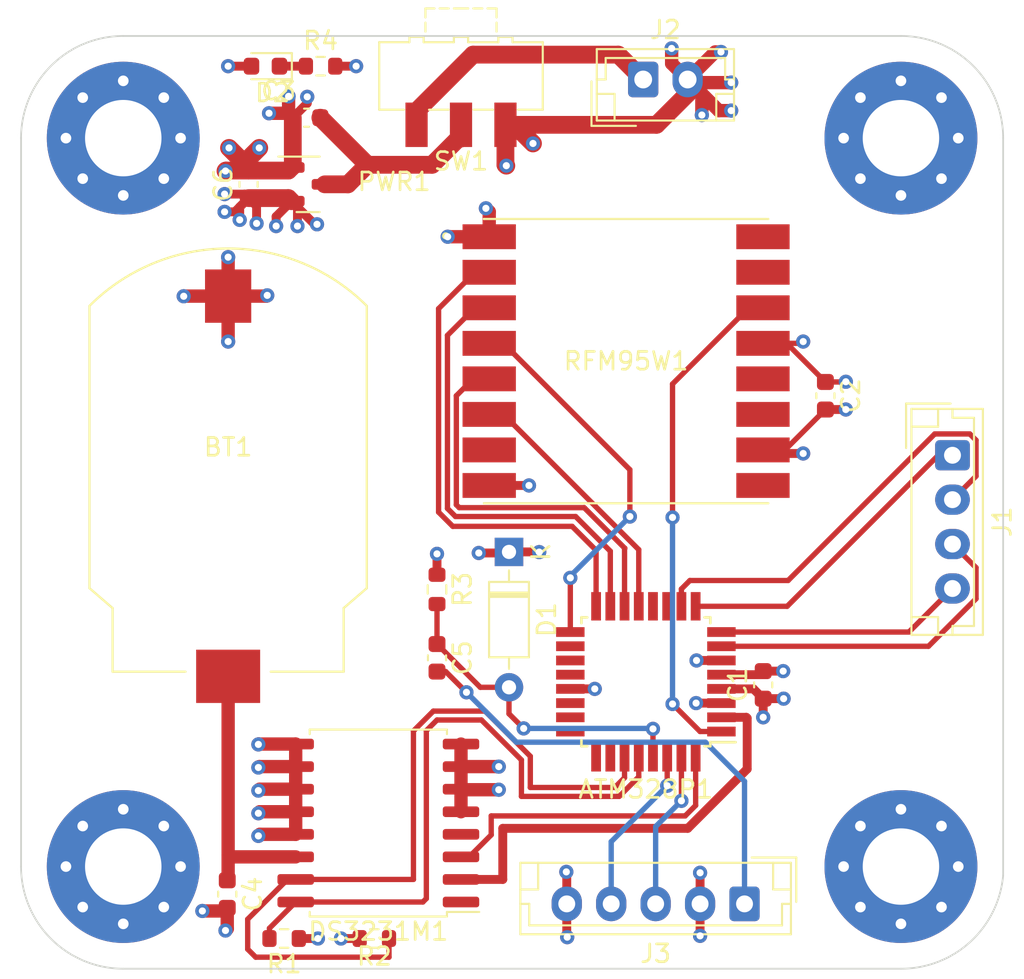
<source format=kicad_pcb>
(kicad_pcb (version 20211014) (generator pcbnew)
  (layers (0 "F.Cu" signal) (1 "In1.Cu" power) (2 "In2.Cu" power) (31 "B.Cu" signal) (34 "B.Paste" user) (35 "F.Paste" user) (36 "B.SilkS" user "B.Silkscreen") (37 "F.SilkS" user "F.Silkscreen") (38 "B.Mask" user) (39 "F.Mask" user) (44 "Edge.Cuts" user))
  (net 0 "")
  (net 1 "+3V3")
  (net 2 "CLOCK_SQW")
  (net 3 "GND")
  (net 4 "CLOCK_SDA")
  (net 5 "CLOCK_SCL")
  (net 6 "RFM_DIO0")
  (net 7 "ESP_WAKE")
  (net 8 "ESP_READY")
  (net 9 "RFM_RESET")
  (net 10 "RFM_NSS")
  (net 11 "RFM_MOSI")
  (net 12 "RFM_MISO")
  (net 13 "RFM_SCK")
  (net 22 "ATM_RXD_SS")
  (net 23 "ATM_TXD_SS")
  (net 24 "RESET_PIN")
  (net 25 "DS3231M_VBAT")
  (net 26 "RTC_PWR")
  (net 27 "Net-(PWR1-Pad3)")
  (net 28 "RESET_SWITCH")
  (net 39 "+6V")
  (net 40 "ATM_RXD_HW")
  (net 41 "ATM_TXD_HW")
  (net 42 "Net-(D2-Pad1)")
  (footprint "Capacitor_SMD:C_0603_1608Metric" (layer "F.Cu") (at 109.35 126.05 -90)
    (fp_text reference "C4" (at 0 -1.43 90) (layer "F.SilkS"))
    (fp_text value "100n")
    (pad "1" smd roundrect (at -0.775 0 270) (size 0.9 0.95) (layers "F.Cu" "F.Paste" "F.Mask") (net 25 "DS3231M_VBAT"))
    (pad "2" smd roundrect (at 0.775 0 270) (size 0.9 0.95) (layers "F.Cu" "F.Paste" "F.Mask") (net 3 "GND"))
  )
  (footprint "Resistor_SMD:R_0603_1608Metric" (layer "F.Cu") (at 112.55 128.55 180)
    (fp_text reference "R1" (at 0 -1.43) (layer "F.SilkS"))
    (fp_text value "4k7")
    (pad "1" smd roundrect (at -0.825 0 180) (size 0.8 0.95) (layers "F.Cu" "F.Paste" "F.Mask") (net 1 "+3V3"))
    (pad "2" smd roundrect (at 0.825 0 180) (size 0.8 0.95) (layers "F.Cu" "F.Paste" "F.Mask") (net 5 "CLOCK_SCL"))
  )
  (footprint "Resistor_SMD:R_0603_1608Metric" (layer "F.Cu") (at 114.6 79.45)
    (fp_text reference "R4" (at 0 -1.43) (layer "F.SilkS"))
    (fp_text value "1k5")
    (pad "1" smd roundrect (at -0.825 0) (size 0.8 0.95) (layers "F.Cu" "F.Paste" "F.Mask") (net 42 "Net-(D2-Pad1)"))
    (pad "2" smd roundrect (at 0.825 0) (size 0.8 0.95) (layers "F.Cu" "F.Paste" "F.Mask") (net 3 "GND"))
  )
  (footprint "Capacitor_SMD:C_0603_1608Metric" (layer "F.Cu") (at 121.15 112.75 -90)
    (fp_text reference "C5" (at 0 -1.43 90) (layer "F.SilkS"))
    (fp_text value "100n")
    (pad "1" smd roundrect (at -0.775 0 270) (size 0.9 0.95) (layers "F.Cu" "F.Paste" "F.Mask") (net 24 "RESET_PIN"))
    (pad "2" smd roundrect (at 0.775 0 270) (size 0.9 0.95) (layers "F.Cu" "F.Paste" "F.Mask") (net 28 "RESET_SWITCH"))
  )
  (footprint "MountingHole:MountingHole_4.3mm_M4_Pad_Via" (layer "F.Cu") (at 103.5 83.5)
    (fp_text reference "H1" (at 0 -0.25) (layer "F.SilkS"))
    (fp_text value "MountingHole_Pad")
    (pad "1" thru_hole circle (at 2.280419 2.280419) (size 0.9 0.9) (drill 0.6) (layers *.Cu *.Mask) (net 3 "GND"))
    (pad "1" thru_hole circle (at -2.280419 -2.280419) (size 0.9 0.9) (drill 0.6) (layers *.Cu *.Mask) (net 3 "GND"))
    (pad "1" thru_hole circle (at -2.280419 2.280419) (size 0.9 0.9) (drill 0.6) (layers *.Cu *.Mask) (net 3 "GND"))
    (pad "1" thru_hole circle (at 0 0) (size 8.6 8.6) (drill 4.3) (layers *.Cu *.Mask) (net 3 "GND"))
    (pad "1" thru_hole circle (at 0 3.225) (size 0.9 0.9) (drill 0.6) (layers *.Cu *.Mask) (net 3 "GND"))
    (pad "1" thru_hole circle (at 0 -3.225) (size 0.9 0.9) (drill 0.6) (layers *.Cu *.Mask) (net 3 "GND"))
    (pad "1" thru_hole circle (at 2.280419 -2.280419) (size 0.9 0.9) (drill 0.6) (layers *.Cu *.Mask) (net 3 "GND"))
    (pad "1" thru_hole circle (at -3.225 0) (size 0.9 0.9) (drill 0.6) (layers *.Cu *.Mask) (net 3 "GND"))
    (pad "1" thru_hole circle (at 3.225 0) (size 0.9 0.9) (drill 0.6) (layers *.Cu *.Mask) (net 3 "GND"))
  )
  (footprint "Capacitor_SMD:C_0603_1608Metric" (layer "F.Cu") (at 110.55 86.1 90)
    (fp_text reference "C6" (at 0 -1.43 90) (layer "F.SilkS"))
    (fp_text value "1u")
    (pad "1" smd roundrect (at -0.775 0 90) (size 0.9 0.95) (layers "F.Cu" "F.Paste" "F.Mask") (net 1 "+3V3"))
    (pad "2" smd roundrect (at 0.775 0 90) (size 0.9 0.95) (layers "F.Cu" "F.Paste" "F.Mask") (net 3 "GND"))
  )
  (footprint "MountingHole:MountingHole_4.3mm_M4_Pad_Via" (layer "F.Cu") (at 103.5 124.5)
    (fp_text reference "H3" (at 0 0) (layer "F.SilkS"))
    (fp_text value "MountingHole_Pad")
    (pad "1" thru_hole circle (at -2.280419 -2.280419) (size 0.9 0.9) (drill 0.6) (layers *.Cu *.Mask) (net 3 "GND"))
    (pad "1" thru_hole circle (at 0 3.225) (size 0.9 0.9) (drill 0.6) (layers *.Cu *.Mask) (net 3 "GND"))
    (pad "1" thru_hole circle (at 0 0) (size 8.6 8.6) (drill 4.3) (layers *.Cu *.Mask) (net 3 "GND"))
    (pad "1" thru_hole circle (at -3.225 0) (size 0.9 0.9) (drill 0.6) (layers *.Cu *.Mask) (net 3 "GND"))
    (pad "1" thru_hole circle (at 2.280419 -2.280419) (size 0.9 0.9) (drill 0.6) (layers *.Cu *.Mask) (net 3 "GND"))
    (pad "1" thru_hole circle (at 3.225 0) (size 0.9 0.9) (drill 0.6) (layers *.Cu *.Mask) (net 3 "GND"))
    (pad "1" thru_hole circle (at 0 -3.225) (size 0.9 0.9) (drill 0.6) (layers *.Cu *.Mask) (net 3 "GND"))
    (pad "1" thru_hole circle (at 2.280419 2.280419) (size 0.9 0.9) (drill 0.6) (layers *.Cu *.Mask) (net 3 "GND"))
    (pad "1" thru_hole circle (at -2.280419 2.280419) (size 0.9 0.9) (drill 0.6) (layers *.Cu *.Mask) (net 3 "GND"))
  )
  (footprint "Package_SO:SOIC-16W_7.5x10.3mm_P1.27mm" (layer "F.Cu") (at 117.85 122.05 180)
    (fp_text reference "DS3231M1" (at 0 -6.1) (layer "F.SilkS"))
    (fp_text value "DS3231M")
    (pad "1" smd roundrect (at -4.65 -4.445 180) (size 2.05 0.6) (layers "F.Cu" "F.Paste" "F.Mask"))
    (pad "2" smd roundrect (at -4.65 -3.175 180) (size 2.05 0.6) (layers "F.Cu" "F.Paste" "F.Mask") (net 26 "RTC_PWR"))
    (pad "3" smd roundrect (at -4.65 -1.905 180) (size 2.05 0.6) (layers "F.Cu" "F.Paste" "F.Mask") (net 2 "CLOCK_SQW"))
    (pad "4" smd roundrect (at -4.65 -0.635 180) (size 2.05 0.6) (layers "F.Cu" "F.Paste" "F.Mask"))
    (pad "5" smd roundrect (at -4.65 0.635 180) (size 2.05 0.6) (layers "F.Cu" "F.Paste" "F.Mask") (net 3 "GND"))
    (pad "6" smd roundrect (at -4.65 1.905 180) (size 2.05 0.6) (layers "F.Cu" "F.Paste" "F.Mask") (net 3 "GND"))
    (pad "7" smd roundrect (at -4.65 3.175 180) (size 2.05 0.6) (layers "F.Cu" "F.Paste" "F.Mask") (net 3 "GND"))
    (pad "8" smd roundrect (at -4.65 4.445 180) (size 2.05 0.6) (layers "F.Cu" "F.Paste" "F.Mask") (net 3 "GND"))
    (pad "9" smd roundrect (at 4.65 4.445 180) (size 2.05 0.6) (layers "F.Cu" "F.Paste" "F.Mask") (net 3 "GND"))
    (pad "10" smd roundrect (at 4.65 3.175 180) (size 2.05 0.6) (layers "F.Cu" "F.Paste" "F.Mask") (net 3 "GND"))
    (pad "11" smd roundrect (at 4.65 1.905 180) (size 2.05 0.6) (layers "F.Cu" "F.Paste" "F.Mask") (net 3 "GND"))
    (pad "12" smd roundrect (at 4.65 0.635 180) (size 2.05 0.6) (layers "F.Cu" "F.Paste" "F.Mask") (net 3 "GND"))
    (pad "13" smd roundrect (at 4.65 -0.635 180) (size 2.05 0.6) (layers "F.Cu" "F.Paste" "F.Mask") (net 3 "GND"))
    (pad "14" smd roundrect (at 4.65 -1.905 180) (size 2.05 0.6) (layers "F.Cu" "F.Paste" "F.Mask") (net 25 "DS3231M_VBAT"))
    (pad "15" smd roundrect (at 4.65 -3.175 180) (size 2.05 0.6) (layers "F.Cu" "F.Paste" "F.Mask") (net 4 "CLOCK_SDA"))
    (pad "16" smd roundrect (at 4.65 -4.445 180) (size 2.05 0.6) (layers "F.Cu" "F.Paste" "F.Mask") (net 5 "CLOCK_SCL"))
  )
  (footprint "Capacitor_SMD:C_0603_1608Metric" (layer "F.Cu") (at 113.8125 82.35 180)
    (fp_text reference "C3" (at 1.575 1.5) (layer "F.SilkS"))
    (fp_text value "1u")
    (pad "1" smd roundrect (at -0.775 0 180) (size 0.9 0.95) (layers "F.Cu" "F.Paste" "F.Mask") (net 27 "Net-(PWR1-Pad3)"))
    (pad "2" smd roundrect (at 0.775 0 180) (size 0.9 0.95) (layers "F.Cu" "F.Paste" "F.Mask") (net 3 "GND"))
  )
  (footprint "footprints:XCVR_RFM95W-915S2" (layer "F.Cu") (at 131.7875 96.05)
    (fp_text reference "RFM95W1" (at 0 0) (layer "F.SilkS"))
    (fp_text value "RFM95W-915S2")
    (pad "1" smd rect locked (at -7.7 -7) (size 3 1.4) (layers "F.Cu" "F.Paste" "F.Mask") (net 3 "GND"))
    (pad "2" smd rect locked (at -7.7 -5) (size 3 1.4) (layers "F.Cu" "F.Paste" "F.Mask") (net 12 "RFM_MISO"))
    (pad "3" smd rect locked (at -7.7 -3) (size 3 1.4) (layers "F.Cu" "F.Paste" "F.Mask") (net 11 "RFM_MOSI"))
    (pad "4" smd rect locked (at -7.7 -1) (size 3 1.4) (layers "F.Cu" "F.Paste" "F.Mask") (net 13 "RFM_SCK"))
    (pad "5" smd rect locked (at -7.7 1) (size 3 1.4) (layers "F.Cu" "F.Paste" "F.Mask") (net 10 "RFM_NSS"))
    (pad "6" smd rect locked (at -7.7 3) (size 3 1.4) (layers "F.Cu" "F.Paste" "F.Mask") (net 9 "RFM_RESET"))
    (pad "7" smd rect locked (at -7.7 5) (size 3 1.4) (layers "F.Cu" "F.Paste" "F.Mask"))
    (pad "8" smd rect locked (at -7.7 7) (size 3 1.4) (layers "F.Cu" "F.Paste" "F.Mask") (net 3 "GND"))
    (pad "9" smd rect locked (at 7.7 7) (size 3 1.4) (layers "F.Cu" "F.Paste" "F.Mask"))
    (pad "10" smd rect locked (at 7.7 5) (size 3 1.4) (layers "F.Cu" "F.Paste" "F.Mask") (net 3 "GND"))
    (pad "11" smd rect locked (at 7.7 3) (size 3 1.4) (layers "F.Cu" "F.Paste" "F.Mask"))
    (pad "12" smd rect locked (at 7.7 1) (size 3 1.4) (layers "F.Cu" "F.Paste" "F.Mask"))
    (pad "13" smd rect locked (at 7.7 -1) (size 3 1.4) (layers "F.Cu" "F.Paste" "F.Mask") (net 1 "+3V3"))
    (pad "14" smd rect locked (at 7.7 -3) (size 3 1.4) (layers "F.Cu" "F.Paste" "F.Mask") (net 6 "RFM_DIO0"))
    (pad "15" smd rect locked (at 7.7 -5) (size 3 1.4) (layers "F.Cu" "F.Paste" "F.Mask"))
    (pad "16" smd rect locked (at 7.7 -7) (size 3 1.4) (layers "F.Cu" "F.Paste" "F.Mask"))
  )
  (footprint "Connector_JST:JST_EH_B4B-EH-A_1x04_P2.50mm_Vertical" (layer "F.Cu") (at 150.15 101.35 -90)
    (fp_text reference "J1" (at 3.75 -2.8 90) (layer "F.SilkS"))
    (fp_text value "ESP_CONN")
    (pad "1" thru_hole roundrect (at 0 0 270) (size 1.7 1.95) (drill 0.95) (layers *.Cu *.Mask) (roundrect_rratio 0.147059) (net 22 "ATM_RXD_SS"))
    (pad "2" thru_hole oval (at 2.5 0 270) (size 1.7 1.95) (drill 0.95) (layers *.Cu *.Mask) (net 23 "ATM_TXD_SS"))
    (pad "3" thru_hole oval (at 5 0 270) (size 1.7 1.95) (drill 0.95) (layers *.Cu *.Mask) (net 7 "ESP_WAKE"))
    (pad "4" thru_hole oval (at 7.5 0 270) (size 1.7 1.95) (drill 0.95) (layers *.Cu *.Mask) (net 8 "ESP_READY"))
  )
  (footprint "Connector_JST:JST_EH_B5B-EH-A_1x05_P2.50mm_Vertical" (layer "F.Cu") (at 138.45 126.6 180)
    (fp_text reference "J3" (at 5 -2.8) (layer "F.SilkS"))
    (fp_text value "Conn_01x05")
    (pad "1" thru_hole roundrect (at 0 0 180) (size 1.7 1.95) (drill 0.95) (layers *.Cu *.Mask) (roundrect_rratio 0.147059) (net 28 "RESET_SWITCH"))
    (pad "2" thru_hole oval (at 2.5 0 180) (size 1.7 1.95) (drill 0.95) (layers *.Cu *.Mask) (net 1 "+3V3"))
    (pad "3" thru_hole oval (at 5 0 180) (size 1.7 1.95) (drill 0.95) (layers *.Cu *.Mask) (net 41 "ATM_TXD_HW"))
    (pad "4" thru_hole oval (at 7.5 0 180) (size 1.7 1.95) (drill 0.95) (layers *.Cu *.Mask) (net 40 "ATM_RXD_HW"))
    (pad "5" thru_hole oval (at 10 0 180) (size 1.7 1.95) (drill 0.95) (layers *.Cu *.Mask) (net 3 "GND"))
  )
  (footprint "Resistor_SMD:R_0603_1608Metric" (layer "F.Cu") (at 117.625 128.55)
    (fp_text reference "R2" (at 0 1) (layer "F.SilkS"))
    (fp_text value "4k7")
    (pad "1" smd roundrect (at -0.825 0) (size 0.8 0.95) (layers "F.Cu" "F.Paste" "F.Mask") (net 1 "+3V3"))
    (pad "2" smd roundrect (at 0.825 0) (size 0.8 0.95) (layers "F.Cu" "F.Paste" "F.Mask") (net 4 "CLOCK_SDA"))
  )
  (footprint "Package_TO_SOT_SMD:SOT-23" (layer "F.Cu") (at 113.9 86.1)
    (fp_text reference "PWR1" (at 4.8375 -0.15) (layer "F.SilkS"))
    (fp_text value "MCP1700-3002E_SOT23")
    (pad "1" smd roundrect (at -0.9375 -0.95) (size 1.475 0.6) (layers "F.Cu" "F.Paste" "F.Mask") (net 3 "GND"))
    (pad "2" smd roundrect (at -0.9375 0.95) (size 1.475 0.6) (layers "F.Cu" "F.Paste" "F.Mask") (net 1 "+3V3"))
    (pad "3" smd roundrect (at 0.9375 0) (size 1.475 0.6) (layers "F.Cu" "F.Paste" "F.Mask") (net 27 "Net-(PWR1-Pad3)"))
  )
  (footprint "LED_SMD:LED_0603_1608Metric" (layer "F.Cu") (at 111.5 79.45 180)
    (fp_text reference "D2" (at -0.4 -1.5) (layer "F.SilkS"))
    (fp_text value "BLUE")
    (pad "1" smd roundrect (at -0.7875 0 180) (size 0.875 0.95) (layers "F.Cu" "F.Paste" "F.Mask") (net 42 "Net-(D2-Pad1)"))
    (pad "2" smd roundrect (at 0.7875 0 180) (size 0.875 0.95) (layers "F.Cu" "F.Paste" "F.Mask") (net 1 "+3V3"))
  )
  (footprint "footprints:BAT_S8421-45R" (layer "F.Cu") (at 109.4 100.89232)
    (fp_text reference "BT1" (at 0 0) (layer "F.SilkS"))
    (fp_text value "S8421-45R")
    (pad "+" smd rect locked (at 0 12.9) (size 3.6 3) (layers "F.Cu" "F.Paste" "F.Mask") (net 25 "DS3231M_VBAT"))
    (pad "-" smd rect locked (at 0 -8.5) (size 2.6 3) (layers "F.Cu" "F.Paste" "F.Mask") (net 3 "GND"))
  )
  (footprint "Package_QFP:TQFP-32_7x7mm_P0.8mm" (layer "F.Cu") (at 132.9 114.1 180)
    (fp_text reference "ATM328P1" (at 0 -6.05) (layer "F.SilkS"))
    (fp_text value "ATmega328P-A")
    (pad "1" smd rect (at -4.25 -2.8 180) (size 1.6 0.55) (layers "F.Cu" "F.Paste" "F.Mask") (net 6 "RFM_DIO0"))
    (pad "2" smd rect (at -4.25 -2 180) (size 1.6 0.55) (layers "F.Cu" "F.Paste" "F.Mask") (net 26 "RTC_PWR"))
    (pad "3" smd rect (at -4.25 -1.2 180) (size 1.6 0.55) (layers "F.Cu" "F.Paste" "F.Mask") (net 3 "GND"))
    (pad "4" smd rect (at -4.25 -0.4 180) (size 1.6 0.55) (layers "F.Cu" "F.Paste" "F.Mask") (net 1 "+3V3"))
    (pad "5" smd rect (at -4.25 0.4 180) (size 1.6 0.55) (layers "F.Cu" "F.Paste" "F.Mask") (net 3 "GND"))
    (pad "6" smd rect (at -4.25 1.2 180) (size 1.6 0.55) (layers "F.Cu" "F.Paste" "F.Mask") (net 1 "+3V3"))
    (pad "7" smd rect (at -4.25 2 180) (size 1.6 0.55) (layers "F.Cu" "F.Paste" "F.Mask") (net 7 "ESP_WAKE"))
    (pad "8" smd rect (at -4.25 2.8 180) (size 1.6 0.55) (layers "F.Cu" "F.Paste" "F.Mask") (net 8 "ESP_READY"))
    (pad "9" smd rect (at -2.8 4.25 270) (size 1.6 0.55) (layers "F.Cu" "F.Paste" "F.Mask") (net 22 "ATM_RXD_SS"))
    (pad "10" smd rect (at -2 4.25 270) (size 1.6 0.55) (layers "F.Cu" "F.Paste" "F.Mask") (net 23 "ATM_TXD_SS"))
    (pad "11" smd rect (at -1.2 4.25 270) (size 1.6 0.55) (layers "F.Cu" "F.Paste" "F.Mask"))
    (pad "12" smd rect (at -0.4 4.25 270) (size 1.6 0.55) (layers "F.Cu" "F.Paste" "F.Mask"))
    (pad "13" smd rect (at 0.4 4.25 270) (size 1.6 0.55) (layers "F.Cu" "F.Paste" "F.Mask") (net 9 "RFM_RESET"))
    (pad "14" smd rect (at 1.2 4.25 270) (size 1.6 0.55) (layers "F.Cu" "F.Paste" "F.Mask") (net 10 "RFM_NSS"))
    (pad "15" smd rect (at 2 4.25 270) (size 1.6 0.55) (layers "F.Cu" "F.Paste" "F.Mask") (net 11 "RFM_MOSI"))
    (pad "16" smd rect (at 2.8 4.25 270) (size 1.6 0.55) (layers "F.Cu" "F.Paste" "F.Mask") (net 12 "RFM_MISO"))
    (pad "17" smd rect (at 4.25 2.8 180) (size 1.6 0.55) (layers "F.Cu" "F.Paste" "F.Mask") (net 13 "RFM_SCK"))
    (pad "18" smd rect (at 4.25 2 180) (size 1.6 0.55) (layers "F.Cu" "F.Paste" "F.Mask"))
    (pad "19" smd rect (at 4.25 1.2 180) (size 1.6 0.55) (layers "F.Cu" "F.Paste" "F.Mask"))
    (pad "20" smd rect (at 4.25 0.4 180) (size 1.6 0.55) (layers "F.Cu" "F.Paste" "F.Mask"))
    (pad "21" smd rect (at 4.25 -0.4 180) (size 1.6 0.55) (layers "F.Cu" "F.Paste" "F.Mask") (net 3 "GND"))
    (pad "22" smd rect (at 4.25 -1.2 180) (size 1.6 0.55) (layers "F.Cu" "F.Paste" "F.Mask"))
    (pad "23" smd rect (at 4.25 -2 180) (size 1.6 0.55) (layers "F.Cu" "F.Paste" "F.Mask"))
    (pad "24" smd rect (at 4.25 -2.8 180) (size 1.6 0.55) (layers "F.Cu" "F.Paste" "F.Mask"))
    (pad "25" smd rect (at 2.8 -4.25 270) (size 1.6 0.55) (layers "F.Cu" "F.Paste" "F.Mask"))
    (pad "26" smd rect (at 2 -4.25 270) (size 1.6 0.55) (layers "F.Cu" "F.Paste" "F.Mask"))
    (pad "27" smd rect (at 1.2 -4.25 270) (size 1.6 0.55) (layers "F.Cu" "F.Paste" "F.Mask") (net 4 "CLOCK_SDA"))
    (pad "28" smd rect (at 0.4 -4.25 270) (size 1.6 0.55) (layers "F.Cu" "F.Paste" "F.Mask") (net 5 "CLOCK_SCL"))
    (pad "29" smd rect (at -0.4 -4.25 270) (size 1.6 0.55) (layers "F.Cu" "F.Paste" "F.Mask") (net 24 "RESET_PIN"))
    (pad "30" smd rect (at -1.2 -4.25 270) (size 1.6 0.55) (layers "F.Cu" "F.Paste" "F.Mask") (net 40 "ATM_RXD_HW"))
    (pad "31" smd rect (at -2 -4.25 270) (size 1.6 0.55) (layers "F.Cu" "F.Paste" "F.Mask") (net 41 "ATM_TXD_HW"))
    (pad "32" smd rect (at -2.8 -4.25 270) (size 1.6 0.55) (layers "F.Cu" "F.Paste" "F.Mask") (net 2 "CLOCK_SQW"))
  )
  (footprint "MountingHole:MountingHole_4.3mm_M4_Pad_Via" (layer "F.Cu") (at 147.25 124.5)
    (fp_text reference "H4" (at 0 0) (layer "F.SilkS"))
    (fp_text value "MountingHole_Pad")
    (pad "1" thru_hole circle (at 2.280419 2.280419) (size 0.9 0.9) (drill 0.6) (layers *.Cu *.Mask) (net 3 "GND"))
    (pad "1" thru_hole circle (at -2.280419 2.280419) (size 0.9 0.9) (drill 0.6) (layers *.Cu *.Mask) (net 3 "GND"))
    (pad "1" thru_hole circle (at -2.280419 -2.280419) (size 0.9 0.9) (drill 0.6) (layers *.Cu *.Mask) (net 3 "GND"))
    (pad "1" thru_hole circle (at 3.225 0) (size 0.9 0.9) (drill 0.6) (layers *.Cu *.Mask) (net 3 "GND"))
    (pad "1" thru_hole circle (at 0 -3.225) (size 0.9 0.9) (drill 0.6) (layers *.Cu *.Mask) (net 3 "GND"))
    (pad "1" thru_hole circle (at 0 3.225) (size 0.9 0.9) (drill 0.6) (layers *.Cu *.Mask) (net 3 "GND"))
    (pad "1" thru_hole circle (at 0 0) (size 8.6 8.6) (drill 4.3) (layers *.Cu *.Mask) (net 3 "GND"))
    (pad "1" thru_hole circle (at -3.225 0) (size 0.9 0.9) (drill 0.6) (layers *.Cu *.Mask) (net 3 "GND"))
    (pad "1" thru_hole circle (at 2.280419 -2.280419) (size 0.9 0.9) (drill 0.6) (layers *.Cu *.Mask) (net 3 "GND"))
  )
  (footprint "Capacitor_SMD:C_0603_1608Metric" (layer "F.Cu") (at 139.5 114.275 90)
    (fp_text reference "C1" (at 0 -1.43 90) (layer "F.SilkS"))
    (fp_text value "100n")
    (pad "1" smd roundrect (at -0.775 0 90) (size 0.9 0.95) (layers "F.Cu" "F.Paste" "F.Mask") (net 1 "+3V3"))
    (pad "2" smd roundrect (at 0.775 0 90) (size 0.9 0.95) (layers "F.Cu" "F.Paste" "F.Mask") (net 3 "GND"))
  )
  (footprint "Diode_THT:D_DO-35_SOD27_P7.62mm_Horizontal" (layer "F.Cu") (at 125.2 106.79 -90)
    (fp_text reference "D1" (at 3.81 -2.12 90) (layer "F.SilkS"))
    (fp_text value "1N4148")
    (fp_text user "K" (at 0 -1.8 90) (layer "F.SilkS"))
    (pad "1" thru_hole rect (at 0 0 270) (size 1.6 1.6) (drill 0.8) (layers *.Cu *.Mask) (net 1 "+3V3"))
    (pad "2" thru_hole oval (at 7.62 0 270) (size 1.6 1.6) (drill 0.8) (layers *.Cu *.Mask) (net 24 "RESET_PIN"))
  )
  (footprint "Button_Switch_SMD:SW_SPDT_CK-JS102011SAQN" (layer "F.Cu") (at 122.5 80 180)
    (fp_text reference "SW1" (at 0 -4.8) (layer "F.SilkS"))
    (fp_text value "SW_SPDT")
    (pad "" np_thru_hole circle (at -3.4 0 180) (size 0.9 0.9) (drill 0.9) (layers *.Cu *.Mask))
    (pad "" np_thru_hole circle (at 3.4 0 180) (size 0.9 0.9) (drill 0.9) (layers *.Cu *.Mask))
    (pad "1" smd rect (at -2.5 -2.75 180) (size 1.25 2.5) (layers "F.Cu" "F.Paste" "F.Mask") (net 3 "GND"))
    (pad "2" smd rect (at 0 -2.75 180) (size 1.25 2.5) (layers "F.Cu" "F.Paste" "F.Mask") (net 27 "Net-(PWR1-Pad3)"))
    (pad "3" smd rect (at 2.5 -2.75 180) (size 1.25 2.5) (layers "F.Cu" "F.Paste" "F.Mask") (net 39 "+6V"))
  )
  (footprint "Connector_JST:JST_EH_B2B-EH-A_1x02_P2.50mm_Vertical" (layer "F.Cu") (at 132.75 80.2)
    (fp_text reference "J2" (at 1.25 -2.8) (layer "F.SilkS"))
    (fp_text value "PWR_CONN")
    (pad "1" thru_hole roundrect (at 0 0) (size 1.7 2) (drill 1) (layers *.Cu *.Mask) (roundrect_rratio 0.147059) (net 39 "+6V"))
    (pad "2" thru_hole oval (at 2.5 0) (size 1.7 2) (drill 1) (layers *.Cu *.Mask) (net 3 "GND"))
  )
  (footprint "MountingHole:MountingHole_4.3mm_M4_Pad_Via" (layer "F.Cu") (at 147.25 83.5)
    (fp_text reference "H2" (at 0 0) (layer "F.SilkS"))
    (fp_text value "MountingHole_Pad")
    (pad "1" thru_hole circle (at 2.280419 -2.280419) (size 0.9 0.9) (drill 0.6) (layers *.Cu *.Mask) (net 3 "GND"))
    (pad "1" thru_hole circle (at 3.225 0) (size 0.9 0.9) (drill 0.6) (layers *.Cu *.Mask) (net 3 "GND"))
    (pad "1" thru_hole circle (at 0 -3.225) (size 0.9 0.9) (drill 0.6) (layers *.Cu *.Mask) (net 3 "GND"))
    (pad "1" thru_hole circle (at 0 3.225) (size 0.9 0.9) (drill 0.6) (layers *.Cu *.Mask) (net 3 "GND"))
    (pad "1" thru_hole circle (at 2.280419 2.280419) (size 0.9 0.9) (drill 0.6) (layers *.Cu *.Mask) (net 3 "GND"))
    (pad "1" thru_hole circle (at -3.225 0) (size 0.9 0.9) (drill 0.6) (layers *.Cu *.Mask) (net 3 "GND"))
    (pad "1" thru_hole circle (at -2.280419 2.280419) (size 0.9 0.9) (drill 0.6) (layers *.Cu *.Mask) (net 3 "GND"))
    (pad "1" thru_hole circle (at 0 0) (size 8.6 8.6) (drill 4.3) (layers *.Cu *.Mask) (net 3 "GND"))
    (pad "1" thru_hole circle (at -2.280419 -2.280419) (size 0.9 0.9) (drill 0.6) (layers *.Cu *.Mask) (net 3 "GND"))
  )
  (footprint "Resistor_SMD:R_0603_1608Metric" (layer "F.Cu") (at 121.15 108.9 -90)
    (fp_text reference "R3" (at 0 -1.43 90) (layer "F.SilkS"))
    (fp_text value "10k")
    (pad "1" smd roundrect (at -0.825 0 270) (size 0.8 0.95) (layers "F.Cu" "F.Paste" "F.Mask") (net 1 "+3V3"))
    (pad "2" smd roundrect (at 0.825 0 270) (size 0.8 0.95) (layers "F.Cu" "F.Paste" "F.Mask") (net 24 "RESET_PIN"))
  )
  (footprint "Capacitor_SMD:C_0603_1608Metric" (layer "F.Cu") (at 143 98 -90)
    (fp_text reference "C2" (at 0 -1.43 90) (layer "F.SilkS"))
    (fp_text value "100n")
    (pad "1" smd roundrect (at -0.775 0 270) (size 0.9 0.95) (layers "F.Cu" "F.Paste" "F.Mask") (net 1 "+3V3"))
    (pad "2" smd roundrect (at 0.775 0 270) (size 0.9 0.95) (layers "F.Cu" "F.Paste" "F.Mask") (net 3 "GND"))
  )
  (gr_arc (start 103.5 130.25) (mid 99.434136 128.565864) (end 97.75 124.5) (layer "Edge.Cuts") (width 0.1))
  (gr_arc (start 97.75 83.5) (mid 99.434136 79.434136) (end 103.5 77.75) (layer "Edge.Cuts") (width 0.1))
  (gr_line (start 97.75 124.5) (end 97.75 83.5) (layer "Edge.Cuts") (width 0.1))
  (gr_line (start 147.25 130.25) (end 103.5 130.25) (layer "Edge.Cuts") (width 0.1))
  (gr_arc (start 153 125) (mid 151.145807 128.743026) (end 147.25 130.25) (layer "Edge.Cuts") (width 0.1))
  (gr_line (start 153 83.5) (end 153 125) (layer "Edge.Cuts") (width 0.1))
  (gr_line (start 103.5 77.75) (end 147.25 77.75) (layer "Edge.Cuts") (width 0.1))
  (gr_arc (start 147.25 77.75) (mid 151.315864 79.434136) (end 153 83.5) (layer "Edge.Cuts") (width 0.1))
  (segment (start 113.3 88.45) (end 113.3 87.3875) (width 0.5) (layer "F.Cu") (net 1))
  (segment (start 140.825 95.05) (end 142.9875 97.2125) (width 0.3) (layer "F.Cu") (net 1))
  (segment (start 110.325 86.65) (end 110.55 86.875) (width 0.5) (layer "F.Cu") (net 1))
  (segment (start 135.95 126.6) (end 135.95 124.85) (width 0.5) (layer "F.Cu") (net 1))
  (segment (start 110.05 87.375) (end 110.55 86.875) (width 0.5) (layer "F.Cu") (net 1))
  (segment (start 110.7125 79.45) (end 109.4 79.45) (width 0.5) (layer "F.Cu") (net 1))
  (segment (start 114.2625 88.35) (end 112.9625 87.05) (width 0.5) (layer "F.Cu") (net 1))
  (segment (start 121.15 106.9) (end 121.15 108.075) (width 0.5) (layer "F.Cu") (net 1))
  (segment (start 110.55 86.875) (end 112.7875 86.875) (width 1) (layer "F.Cu") (net 1))
  (segment (start 111 87.325) (end 110.55 86.875) (width 0.5) (layer "F.Cu") (net 1))
  (segment (start 112.7875 86.875) (end 112.9625 87.05) (width 1) (layer "F.Cu") (net 1))
  (segment (start 143 97.225) (end 144.1375 97.225) (width 0.3) (layer "F.Cu") (net 1))
  (segment (start 109.775 87.65) (end 110.55 86.875) (width 0.5) (layer "F.Cu") (net 1))
  (segment (start 109.2 86.65) (end 110.325 86.65) (width 0.5) (layer "F.Cu") (net 1))
  (segment (start 139.5 115.05) (end 139.5 116.1) (width 0.5) (layer "F.Cu") (net 1))
  (segment (start 123.5 106.85) (end 125.14 106.85) (width 0.5) (layer "F.Cu") (net 1))
  (segment (start 112.1 87.9125) (end 112.9625 87.05) (width 0.5) (layer "F.Cu") (net 1))
  (segment (start 144.1375 97.225) (end 144.15 97.2125) (width 0.3) (layer "F.Cu") (net 1))
  (segment (start 125.14 106.85) (end 125.2 106.79) (width 0.5) (layer "F.Cu") (net 1))
  (segment (start 137.15 114.5) (end 138.95 114.5) (width 0.5) (layer "F.Cu") (net 1))
  (segment (start 139.5 115.05) (end 140.65 115.05) (width 0.5) (layer "F.Cu") (net 1))
  (segment (start 113.3 87.3875) (end 112.9625 87.05) (width 0.5) (layer "F.Cu") (net 1))
  (segment (start 135.95 126.6) (end 135.95 128.4) (width 0.5) (layer "F.Cu") (net 1))
  (segment (start 114.4 88.35) (end 114.2625 88.35) (width 0.5) (layer "F.Cu") (net 1))
  (segment (start 112.1 88.45) (end 112.1 87.9125) (width 0.5) (layer "F.Cu") (net 1))
  (segment (start 125.2 106.79) (end 126.89 106.79) (width 0.5) (layer "F.Cu") (net 1))
  (segment (start 139.4875 95.05) (end 141.65 95.05) (width 0.3) (layer "F.Cu") (net 1))
  (segment (start 138.95 114.5) (end 139.5 115.05) (width 0.5) (layer "F.Cu") (net 1))
  (segment (start 137.15 112.9) (end 135.75 112.9) (width 0.5) (layer "F.Cu") (net 1))
  (segment (start 115.75 128.55) (end 116.8 128.55) (width 0.5) (layer "F.Cu") (net 1))
  (segment (start 139.4875 95.05) (end 140.825 95.05) (width 0.3) (layer "F.Cu") (net 1))
  (segment (start 111 88.3) (end 111 87.325) (width 0.5) (layer "F.Cu") (net 1))
  (segment (start 110.05 88.1) (end 110.05 87.375) (width 0.5) (layer "F.Cu") (net 1))
  (segment (start 126.89 106.79) (end 126.9 106.8) (width 0.5) (layer "F.Cu") (net 1))
  (segment (start 142.9875 97.2125) (end 143 97.225) (width 0.3) (layer "F.Cu") (net 1))
  (segment (start 114.45 128.55) (end 113.375 128.55) (width 0.5) (layer "F.Cu") (net 1))
  (segment (start 109.2 87.65) (end 109.775 87.65) (width 0.5) (layer "F.Cu") (net 1))
  (segment (start 141.65 95.05) (end 141.75 94.95) (width 0.3) (layer "F.Cu") (net 1))
  (via (at 110.05 88.1) (size 0.8) (drill 0.4) (layers "F.Cu" "B.Cu") (net 1))
  (via (at 139.5 116.1) (size 0.8) (drill 0.4) (layers "F.Cu" "B.Cu") (net 1))
  (via (at 135.95 128.4) (size 0.8) (drill 0.4) (layers "F.Cu" "B.Cu") (net 1))
  (via (at 109.2 86.65) (size 0.8) (drill 0.4) (layers "F.Cu" "B.Cu") (net 1))
  (via (at 111 88.3) (size 0.8) (drill 0.4) (layers "F.Cu" "B.Cu") (net 1))
  (via (at 144.15 97.2125) (size 0.8) (drill 0.4) (layers "F.Cu" "B.Cu") (net 1))
  (via (at 109.4 79.45) (size 0.8) (drill 0.4) (layers "F.Cu" "B.Cu") (net 1))
  (via (at 135.75 112.9) (size 0.8) (drill 0.4) (layers "F.Cu" "B.Cu") (net 1))
  (via (at 112.1 88.45) (size 0.8) (drill 0.4) (layers "F.Cu" "B.Cu") (net 1))
  (via (at 121.15 106.9) (size 0.8) (drill 0.4) (layers "F.Cu" "B.Cu") (net 1))
  (via (at 113.3 88.45) (size 0.8) (drill 0.4) (layers "F.Cu" "B.Cu") (net 1))
  (via (at 115.75 128.55) (size 0.8) (drill 0.4) (layers "F.Cu" "B.Cu") (net 1))
  (via (at 114.45 128.55) (size 0.8) (drill 0.4) (layers "F.Cu" "B.Cu") (net 1))
  (via (at 123.5 106.85) (size 0.8) (drill 0.4) (layers "F.Cu" "B.Cu") (net 1))
  (via (at 114.4 88.35) (size 0.8) (drill 0.4) (layers "F.Cu" "B.Cu") (net 1))
  (via (at 135.95 124.85) (size 0.8) (drill 0.4) (layers "F.Cu" "B.Cu") (net 1))
  (via (at 109.2 87.65) (size 0.8) (drill 0.4) (layers "F.Cu" "B.Cu") (net 1))
  (via (at 140.65 115.05) (size 0.8) (drill 0.4) (layers "F.Cu" "B.Cu") (net 1))
  (via (at 141.75 94.95) (size 0.8) (drill 0.4) (layers "F.Cu" "B.Cu") (net 1))
  (via (at 126.9 106.8) (size 0.8) (drill 0.4) (layers "F.Cu" "B.Cu") (net 1))
  (segment (start 124.2 121.65) (end 135.10997 121.65) (width 0.3) (layer "F.Cu") (net 2))
  (segment (start 122.5 123.955) (end 122.961427 123.955) (width 0.3) (layer "F.Cu") (net 2))
  (segment (start 135.7 121.05997) (end 135.7 118.35) (width 0.3) (layer "F.Cu") (net 2))
  (segment (start 135.10997 121.65) (end 135.7 121.05997) (width 0.3) (layer "F.Cu") (net 2))
  (segment (start 122.961427 123.955) (end 124.2 122.716427) (width 0.3) (layer "F.Cu") (net 2))
  (segment (start 124.2 122.716427) (end 124.2 121.65) (width 0.3) (layer "F.Cu") (net 2))
  (segment (start 112.8 81.15) (end 112.8 82.1125) (width 0.75) (layer "F.Cu") (net 3))
  (segment (start 125 82.75) (end 125 85) (width 1) (layer "F.Cu") (net 3))
  (segment (start 135.25 81) (end 133.5 82.75) (width 1) (layer "F.Cu") (net 3))
  (segment (start 110.55 85.15) (end 109.45 84.05) (width 1) (layer "F.Cu") (net 3))
  (segment (start 137.15 115.3) (end 135.725 115.3) (width 0.5) (layer "F.Cu") (net 3))
  (segment (start 128.45 126.6) (end 128.45 128.45) (width 0.5) (layer "F.Cu") (net 3))
  (segment (start 124.625 120.175) (end 122.53 120.175) (width 0.75) (layer "F.Cu") (net 3))
  (segment (start 135.425 80.375) (end 135.25 80.2) (width 0.75) (layer "F.Cu") (net 3))
  (segment (start 110.55 85.325) (end 110.55 84.65) (width 1) (layer "F.Cu") (net 3))
  (segment (start 109.4 92.39232) (end 109.4 90.2) (width 0.75) (layer "F.Cu") (net 3))
  (segment (start 125.5 82.75) (end 126.55 83.8) (width 1) (layer "F.Cu") (net 3))
  (segment (start 139.4875 101.05) (end 140.725 101.05) (width 0.3) (layer "F.Cu") (net 3))
  (segment (start 113.0375 82.35) (end 113.0375 85.075) (width 1) (layer "F.Cu") (net 3))
  (segment (start 128.45 128.45) (end 128.475 128.475) (width 0.5) (layer "F.Cu") (net 3))
  (segment (start 125 85) (end 125.05 85.05) (width 1) (layer "F.Cu") (net 3))
  (segment (start 124.0875 89.05) (end 121.75 89.05) (width 0.75) (layer "F.Cu") (net 3))
  (segment (start 124.0875 103.05) (end 126.325 103.05) (width 0.5) (layer "F.Cu") (net 3))
  (segment (start 144.15 98.775) (end 143 98.775) (width 0.5) (layer "F.Cu") (net 3))
  (segment (start 109.35 128) (end 109.25 128.1) (width 0.75) (layer "F.Cu") (net 3))
  (segment (start 110.55 85.325) (end 110.55 85.15) (width 1) (layer "F.Cu") (net 3))
  (segment (start 106.90768 92.39232) (end 106.9 92.4) (width 0.75) (layer "F.Cu") (net 3))
  (segment (start 109.175 127) (end 109.35 126.825) (width 0.75) (layer "F.Cu") (net 3))
  (segment (start 136.05 81) (end 135.25 80.2) (width 0.75) (layer "F.Cu") (net 3))
  (segment (start 112.8 82.1125) (end 113.0375 82.35) (width 0.75) (layer "F.Cu") (net 3))
  (segment (start 111.55768 92.39232) (end 111.6 92.35) (width 0.75) (layer "F.Cu") (net 3))
  (segment (start 128.65 114.5) (end 130.025 114.5) (width 0.5) (layer "F.Cu") (net 3))
  (segment (start 137.7 81.95) (end 137 81.95) (width 0.75) (layer "F.Cu") (net 3))
  (segment (start 137.125 78.65) (end 136.8 78.65) (width 0.75) (layer "F.Cu") (net 3))
  (segment (start 136.05 82.2) (end 136.05 81) (width 0.75) (layer "F.Cu") (net 3))
  (segment (start 124.0875 89.05) (end 124.0875 87.6375) (width 0.75) (layer "F.Cu") (net 3))
  (segment (start 113.2 117.605) (end 113.2 122.685) (width 0.75) (layer "F.Cu") (net 3))
  (segment (start 140.725 101.05) (end 143 98.775) (width 0.3) (layer "F.Cu") (net 3))
  (segment (start 110.55 84.65) (end 111.15 84.05) (width 1) (layer "F.Cu") (net 3))
  (segment (start 124.625 118.875) (end 122.5 118.875) (width 0.75) (layer "F.Cu") (net 3))
  (segment (start 137 81.95) (end 135.25 80.2) (width 0.75) (layer "F.Cu") (net 3))
  (segment (start 135.25 80.2) (end 135.25 81) (width 1) (layer "F.Cu") (net 3))
  (segment (start 111.185 121.415) (end 111.1 121.5) (width 0.75) (layer "F.Cu") (net 3))
  (segment (start 113.0375 85.075) (end 112.9625 85.15) (width 1) (layer "F.Cu") (net 3))
  (segment (start 111.15 118.875) (end 111.1 118.925) (width 0.75) (layer "F.Cu") (net 3))
  (segment (start 112.7875 82.1) (end 113.0375 82.35) (width 0.75) (layer "F.Cu") (net 3))
  (segment (start 134.35 79.3) (end 135.25 80.2) (width 0.75) (layer "F.Cu") (net 3))
  (segment (start 113.85 81.5375) (end 113.0375 82.35) (width 0.5) (layer "F.Cu") (net 3))
  (segment (start 141.75 101.25) (end 139.6875 101.25) (width 0.5) (layer "F.Cu") (net 3))
  (segment (start 110.55 85.325) (end 112.7875 85.325) (width 1) (layer "F.Cu") (net 3))
  (segment (start 109.275 85.325) (end 109.25 85.35) (width 1) (layer "F.Cu") (net 3))
  (segment (start 110.55 85.325) (end 109.275 85.325) (width 1) (layer "F.Cu") (net 3))
  (segment (start 137.15 113.7) (end 139.3 113.7) (width 0.5) (layer "F.Cu") (net 3))
  (segment (start 113.2 122.685) (end 111.19 122.685) (width 0.75) (layer "F.Cu") (net 3))
  (segment (start 139.3 113.7) (end 139.5 113.5) (width 0.5) (layer "F.Cu") (net 3))
  (segment (start 113.2 120.145) (end 111.18 120.145) (width 0.75) (layer "F.Cu") (net 3))
  (segment (start 124.0875 87.6375) (end 123.9 87.45) (width 0.75) (layer "F.Cu") (net 3))
  (segment (start 113.2 118.875) (end 111.15 118.875) (width 0.75) (layer "F.Cu") (net 3))
  (segment (start 128.45 126.6) (end 128.45 124.825) (width 0.5) (layer "F.Cu") (net 3))
  (segment (start 125 82.75) (end 125.5 82.75) (width 1) (layer "F.Cu") (net 3))
  (segment (start 133.5 82.75) (end 125 82.75) (width 1) (layer "F.Cu") (net 3))
  (segment (start 111.12 117.605) (end 111.1 117.625) (width 0.75) (layer "F.Cu") (net 3))
  (segment (start 112.7875 85.325) (end 112.9625 85.15) (width 1) (layer "F.Cu") (net 3))
  (segment (start 109.4 92.39232) (end 109.4 94.95) (width 0.75) (layer "F.Cu") (net 3))
  (segment (start 111.7 82.1) (end 112.7875 82.1) (width 0.75) (layer "F.Cu") (net 3))
  (segment (start 136.8 78.65) (end 135.25 80.2) (width 0.75) (layer "F.Cu") (net 3))
  (segment (start 113.2 117.605) (end 111.12 117.605) (width 0.75) (layer "F.Cu") (net 3))
  (segment (start 137.7 80.375) (end 135.425 80.375) (width 0.75) (layer "F.Cu") (net 3))
  (segment (start 134.35 78.45) (end 134.35 79.3) (width 0.75) (layer "F.Cu") (net 3))
  (segment (start 109.35 126.825) (end 109.35 128) (width 0.75) (layer "F.Cu") (net 3))
  (segment (start 111.19 122.685) (end 111.1 122.775) (width 0.75) (layer "F.Cu") (net 3))
  (segment (start 122.5 117.605) (end 122.5 121.415) (width 0.75) (layer "F.Cu") (net 3))
  (segment (start 116.6 79.45) (end 115.425 79.45) (width 0.5) (layer "F.Cu") (net 3))
  (segment (start 139.5 113.5) (end 140.625 113.5) (width 0.5) (layer "F.Cu") (net 3))
  (segment (start 128.45 124.825) (end 128.425 124.8) (width 0.5) (layer "F.Cu") (net 3))
  (segment (start 139.6875 101.25) (end 139.4875 101.05) (width 0.5) (layer "F.Cu") (net 3))
  (segment (start 109.4 92.39232) (end 111.55768 92.39232) (width 0.75) (layer "F.Cu") (net 3))
  (segment (start 113.85 81.175) (end 113.85 81.5375) (width 0.5) (layer "F.Cu") (net 3))
  (segment (start 109.4 92.39232) (end 106.90768 92.39232) (width 0.75) (layer "F.Cu") (net 3))
  (segment (start 113.2 121.415) (end 111.185 121.415) (width 0.75) (layer "F.Cu") (net 3))
  (segment (start 107.95 127) (end 109.175 127) (width 0.75) (layer "F.Cu") (net 3))
  (segment (start 122.53 120.175) (end 122.5 120.145) (width 0.75) (layer "F.Cu") (net 3))
  (segment (start 111.18 120.145) (end 111.1 120.225) (width 0.75) (layer "F.Cu") (net 3))
  (via (at 137.125 78.65) (size 0.8) (drill 0.4) (layers "F.Cu" "B.Cu") (net 3))
  (via (at 124.625 118.875) (size 0.8) (drill 0.4) (layers "F.Cu" "B.Cu") (net 3))
  (via (at 111.1 120.225) (size 0.8) (drill 0.4) (layers "F.Cu" "B.Cu") (net 3))
  (via (at 106.9 92.4) (size 0.8) (drill 0.4) (layers "F.Cu" "B.Cu") (net 3))
  (via (at 109.4 94.95) (size 0.8) (drill 0.4) (layers "F.Cu" "B.Cu") (net 3))
  (via (at 123.9 87.45) (size 0.8) (drill 0.4) (layers "F.Cu" "B.Cu") (net 3))
  (via (at 125.05 85.05) (size 0.8) (drill 0.4) (layers "F.Cu" "B.Cu") (net 3))
  (via (at 111.1 122.775) (size 0.8) (drill 0.4) (layers "F.Cu" "B.Cu") (net 3))
  (via (at 107.95 127) (size 0.8) (drill 0.4) (layers "F.Cu" "B.Cu") (net 3))
  (via (at 112.8 81.15) (size 0.8) (drill 0.4) (layers "F.Cu" "B.Cu") (net 3))
  (via (at 128.475 128.475) (size 0.8) (drill 0.4) (layers "F.Cu" "B.Cu") (net 3))
  (via (at 109.4 90.2) (size 0.8) (drill 0.4) (layers "F.Cu" "B.Cu") (net 3))
  (via (at 111.1 121.5) (size 0.8) (drill 0.4) (layers "F.Cu" "B.Cu") (net 3))
  (via (at 137.7 80.375) (size 0.8) (drill 0.4) (layers "F.Cu" "B.Cu") (net 3))
  (via (at 111.15 84.05) (size 0.8) (drill 0.4) (layers "F.Cu" "B.Cu") (net 3))
  (via (at 130.025 114.5) (size 0.8) (drill 0.4) (layers "F.Cu" "B.Cu") (net 3))
  (via (at 109.45 84.05) (size 0.8) (drill 0.4) (layers "F.Cu" "B.Cu") (net 3))
  (via (at 126.325 103.05) (size 0.8) (drill 0.4) (layers "F.Cu" "B.Cu") (net 3))
  (via (at 141.75 101.25) (size 0.8) (drill 0.4) (layers "F.Cu" "B.Cu") (net 3))
  (via (at 116.6 79.45) (size 0.8) (drill 0.4) (layers "F.Cu" "B.Cu") (net 3))
  (via (at 140.625 113.5) (size 0.8) (drill 0.4) (layers "F.Cu" "B.Cu") (net 3))
  (via (at 109.25 85.35) (size 0.8) (drill 0.4) (layers "F.Cu" "B.Cu") (net 3))
  (via (at 136.05 82.2) (size 0.8) (drill 0.4) (layers "F.Cu" "B.Cu") (net 3))
  (via (at 121.75 89.05) (size 0.8) (drill 0.4) (layers "F.Cu" "B.Cu") (net 3))
  (via (at 124.625 120.175) (size 0.8) (drill 0.4) (layers "F.Cu" "B.Cu") (net 3))
  (via (at 113.85 81.175) (size 0.8) (drill 0.4) (layers "F.Cu" "B.Cu") (net 3))
  (via (at 134.35 78.45) (size 0.8) (drill 0.4) (layers "F.Cu" "B.Cu") (net 3))
  (via (at 144.15 98.775) (size 0.8) (drill 0.4) (layers "F.Cu" "B.Cu") (net 3))
  (via (at 111.6 92.35) (size 0.8) (drill 0.4) (layers "F.Cu" "B.Cu") (net 3))
  (via (at 135.725 115.3) (size 0.8) (drill 0.4) (layers "F.Cu" "B.Cu") (net 3))
  (via (at 111.1 117.625) (size 0.8) (drill 0.4) (layers "F.Cu" "B.Cu") (net 3))
  (via (at 128.425 124.8) (size 0.8) (drill 0.4) (layers "F.Cu" "B.Cu") (net 3))
  (via (at 109.25 128.1) (size 0.8) (drill 0.4) (layers "F.Cu" "B.Cu") (net 3))
  (via (at 137.7 81.95) (size 0.8) (drill 0.4) (layers "F.Cu" "B.Cu") (net 3))
  (via (at 126.55 83.8) (size 0.8) (drill 0.4) (layers "F.Cu" "B.Cu") (net 3))
  (via (at 111.7 82.1) (size 0.8) (drill 0.4) (layers "F.Cu" "B.Cu") (net 3))
  (via (at 111.1 118.925) (size 0.8) (drill 0.4) (layers "F.Cu" "B.Cu") (net 3))
  (segment (start 110.5 127.463573) (end 112.738573 125.225) (width 0.3) (layer "F.Cu") (net 4))
  (segment (start 119.825 116.868573) (end 120.943093 115.75048) (width 0.3) (layer "F.Cu") (net 4))
  (segment (start 123.856909 115.750481) (end 126.4 118.293572) (width 0.3) (layer "F.Cu") (net 4))
  (segment (start 131.7 119.5) (end 131.7 118.35) (width 0.3) (layer "F.Cu") (net 4))
  (segment (start 113.2 125.225) (end 119.825 125.225) (width 0.3) (layer "F.Cu") (net 4))
  (segment (start 110.95 129.6) (end 110.5 129.15) (width 0.3) (layer "F.Cu") (net 4))
  (segment (start 112.738573 125.225) (end 113.2 125.225) (width 0.3) (layer "F.Cu") (net 4))
  (segment (start 120.943093 115.75048) (end 123.856909 115.750481) (width 0.3) (layer "F.Cu") (net 4))
  (segment (start 131.14952 120.05048) (end 131.7 119.5) (width 0.3) (layer "F.Cu") (net 4))
  (segment (start 126.4 118.293572) (end 126.4 120.05048) (width 0.3) (layer "F.Cu") (net 4))
  (segment (start 119.825 125.225) (end 119.825 116.868573) (width 0.3) (layer "F.Cu") (net 4))
  (segment (start 118.45 128.55) (end 118.45 129.6) (width 0.3) (layer "F.Cu") (net 4))
  (segment (start 110.5 129.15) (end 110.5 127.463573) (width 0.3) (layer "F.Cu") (net 4))
  (segment (start 126.4 120.05048) (end 131.14952 120.05048) (width 0.3) (layer "F.Cu") (net 4))
  (segment (start 118.45 129.6) (end 110.95 129.6) (width 0.3) (layer "F.Cu") (net 4))
  (segment (start 120.55 116.85) (end 121.15 116.25) (width 0.3) (layer "F.Cu") (net 5))
  (segment (start 120.55 126.3) (end 120.55 116.85) (width 0.3) (layer "F.Cu") (net 5))
  (segment (start 111.725 128.55) (end 111.725 127.97) (width 0.3) (layer "F.Cu") (net 5))
  (segment (start 132.5 119.45) (end 132.5 118.35) (width 0.3) (layer "F.Cu") (net 5))
  (segment (start 111.725 127.97) (end 113.2 126.495) (width 0.3) (layer "F.Cu") (net 5))
  (segment (start 131.4 120.55) (end 132.5 119.45) (width 0.3) (layer "F.Cu") (net 5))
  (segment (start 121.15 116.25) (end 123.65 116.25) (width 0.3) (layer "F.Cu") (net 5))
  (segment (start 125.9 118.5) (end 125.9 120.55) (width 0.3) (layer "F.Cu") (net 5))
  (segment (start 113.2 126.495) (end 120.355 126.495) (width 0.3) (layer "F.Cu") (net 5))
  (segment (start 123.65 116.25) (end 125.9 118.5) (width 0.3) (layer "F.Cu") (net 5))
  (segment (start 125.9 120.55) (end 131.4 120.55) (width 0.3) (layer "F.Cu") (net 5))
  (segment (start 120.355 126.495) (end 120.55 126.3) (width 0.3) (layer "F.Cu") (net 5))
  (segment (start 139.4875 93.05) (end 138.6875 93.05) (width 0.3) (layer "F.Cu") (net 6))
  (segment (start 134.4 115.35) (end 135.95 116.9) (width 0.3) (layer "F.Cu") (net 6))
  (segment (start 138.6875 93.05) (end 134.4 97.3375) (width 0.3) (layer "F.Cu") (net 6))
  (segment (start 135.95 116.9) (end 137.15 116.9) (width 0.3) (layer "F.Cu") (net 6))
  (segment (start 134.4 97.3375) (end 134.4 104.85) (width 0.3) (layer "F.Cu") (net 6))
  (via (at 134.4 104.85) (size 0.8) (drill 0.4) (layers "F.Cu" "B.Cu") (net 6))
  (via (at 134.4 115.35) (size 0.8) (drill 0.4) (layers "F.Cu" "B.Cu") (net 6))
  (segment (start 134.4 104.85) (end 134.4 115.35) (width 0.3) (layer "B.Cu") (net 6))
  (segment (start 151.47452 107.67452) (end 151.47452 109.42548) (width 0.3) (layer "F.Cu") (net 7))
  (segment (start 151.47452 109.42548) (end 148.8 112.1) (width 0.3) (layer "F.Cu") (net 7))
  (segment (start 148.8 112.1) (end 137.15 112.1) (width 0.3) (layer "F.Cu") (net 7))
  (segment (start 150.15 106.35) (end 151.47452 107.67452) (width 0.3) (layer "F.Cu") (net 7))
  (segment (start 147.7 111.3) (end 137.15 111.3) (width 0.3) (layer "F.Cu") (net 8))
  (segment (start 150.15 108.85) (end 147.7 111.3) (width 0.3) (layer "F.Cu") (net 8))
  (segment (start 132.5 106.6625) (end 132.5 109.85) (width 0.3) (layer "F.Cu") (net 9))
  (segment (start 124.8875 99.05) (end 132.5 106.6625) (width 0.3) (layer "F.Cu") (net 9))
  (segment (start 124.0875 99.05) (end 124.8875 99.05) (width 0.3) (layer "F.Cu") (net 9))
  (segment (start 124.0875 97.05) (end 123.188478 97.05) (width 0.3) (layer "F.Cu") (net 10))
  (segment (start 131.7 106.6) (end 131.7 109.85) (width 0.3) (layer "F.Cu") (net 10))
  (segment (start 122.4 104.3) (end 129.431072 104.3) (width 0.3) (layer "F.Cu") (net 10))
  (segment (start 123.188478 97.05) (end 122.237989 98.000489) (width 0.3) (layer "F.Cu") (net 10))
  (segment (start 122.237989 104.137989) (end 122.4 104.3) (width 0.3) (layer "F.Cu") (net 10))
  (segment (start 122.237989 98.000489) (end 122.237989 104.137989) (width 0.3) (layer "F.Cu") (net 10))
  (segment (start 131.715536 106.584464) (end 131.7 106.6) (width 0.3) (layer "F.Cu") (net 10))
  (segment (start 129.431072 104.3) (end 131.715536 106.584464) (width 0.3) (layer "F.Cu") (net 10))
  (segment (start 130.9 106.74952) (end 130.9 109.85) (width 0.3) (layer "F.Cu") (net 11))
  (segment (start 121.73847 104.344898) (end 122.193091 104.799519) (width 0.3) (layer "F.Cu") (net 11))
  (segment (start 122.193091 104.799519) (end 128.95 104.79952) (width 0.3) (layer "F.Cu") (net 11))
  (segment (start 128.95 104.79952) (end 130.9 106.74952) (width 0.3) (layer "F.Cu") (net 11))
  (segment (start 124.0875 93.05) (end 123.2875 93.05) (width 0.3) (layer "F.Cu") (net 11))
  (segment (start 123.2875 93.05) (end 121.73847 94.59903) (width 0.3) (layer "F.Cu") (net 11))
  (segment (start 121.73847 94.59903) (end 121.73847 104.344898) (width 0.3) (layer "F.Cu") (net 11))
  (segment (start 124.0875 91.05) (end 123.2875 91.05) (width 0.3) (layer "F.Cu") (net 12))
  (segment (start 130.1 106.7) (end 130.1 109.85) (width 0.3) (layer "F.Cu") (net 12))
  (segment (start 122.037144 105.35) (end 128.75 105.35) (width 0.3) (layer "F.Cu") (net 12))
  (segment (start 123.2875 91.05) (end 121.238951 93.098549) (width 0.3) (layer "F.Cu") (net 12))
  (segment (start 128.75 105.35) (end 130.1 106.7) (width 0.3) (layer "F.Cu") (net 12))
  (segment (start 121.238951 104.551807) (end 122.037144 105.35) (width 0.3) (layer "F.Cu") (net 12))
  (segment (start 121.238951 93.098549) (end 121.238951 104.551807) (width 0.3) (layer "F.Cu") (net 12))
  (segment (start 128.65 108.25) (end 128.65 111.3) (width 0.3) (layer "F.Cu") (net 13))
  (segment (start 124.8875 95.05) (end 132 102.1625) (width 0.3) (layer "F.Cu") (net 13))
  (segment (start 132 102.1625) (end 132 104.8) (width 0.3) (layer "F.Cu") (net 13))
  (segment (start 124.0875 95.05) (end 124.8875 95.05) (width 0.3) (layer "F.Cu") (net 13))
  (via (at 132 104.8) (size 0.8) (drill 0.4) (layers "F.Cu" "B.Cu") (net 13))
  (via (at 128.65 108.25) (size 0.8) (drill 0.4) (layers "F.Cu" "B.Cu") (net 13))
  (segment (start 132 104.8) (end 128.65 108.15) (width 0.3) (layer "B.Cu") (net 13))
  (segment (start 128.65 108.15) (end 128.65 108.25) (width 0.3) (layer "B.Cu") (net 13))
  (segment (start 149.35 101.35) (end 140.85 109.85) (width 0.3) (layer "F.Cu") (net 22))
  (segment (start 140.85 109.85) (end 135.7 109.85) (width 0.3) (layer "F.Cu") (net 22))
  (segment (start 150.15 101.35) (end 149.35 101.35) (width 0.3) (layer "F.Cu") (net 22))
  (segment (start 151.47452 100.501671) (end 151.122849 100.15) (width 0.3) (layer "F.Cu") (net 23))
  (segment (start 151.47452 102.52548) (end 151.47452 100.501671) (width 0.3) (layer "F.Cu") (net 23))
  (segment (start 149.15 100.15) (end 140.9 108.4) (width 0.3) (layer "F.Cu") (net 23))
  (segment (start 140.9 108.4) (end 135.375978 108.4) (width 0.3) (layer "F.Cu") (net 23))
  (segment (start 135.375978 108.4) (end 134.9 108.875978) (width 0.3) (layer "F.Cu") (net 23))
  (segment (start 151.122849 100.15) (end 149.15 100.15) (width 0.3) (layer "F.Cu") (net 23))
  (segment (start 134.9 108.875978) (end 134.9 109.85) (width 0.3) (layer "F.Cu") (net 23))
  (segment (start 150.15 103.85) (end 151.47452 102.52548) (width 0.3) (layer "F.Cu") (net 23))
  (segment (start 125.2 114.41) (end 125.2 115.9) (width 0.3) (layer "F.Cu") (net 24))
  (segment (start 125.2 115.9) (end 126.025 116.725) (width 0.3) (layer "F.Cu") (net 24))
  (segment (start 123.585 114.41) (end 125.2 114.41) (width 0.3) (layer "F.Cu") (net 24))
  (segment (start 133.3 118.35) (end 133.3 116.75) (width 0.3) (layer "F.Cu") (net 24))
  (segment (start 121.15 111.975) (end 123.585 114.41) (width 0.3) (layer "F.Cu") (net 24))
  (segment (start 121.15 109.725) (end 121.15 111.975) (width 0.3) (layer "F.Cu") (net 24))
  (via (at 126.025 116.725) (size 0.8) (drill 0.4) (layers "F.Cu" "B.Cu") (net 24))
  (via (at 133.3 116.75) (size 0.8) (drill 0.4) (layers "F.Cu" "B.Cu") (net 24))
  (segment (start 126.025 116.725) (end 133.275 116.725) (width 0.3) (layer "B.Cu") (net 24))
  (segment (start 133.275 116.725) (end 133.3 116.75) (width 0.3) (layer "B.Cu") (net 24))
  (segment (start 109.505 123.955) (end 109.4 123.85) (width 0.75) (layer "F.Cu") (net 25))
  (segment (start 109.4 113.79232) (end 109.4 123.85) (width 0.75) (layer "F.Cu") (net 25))
  (segment (start 109.4 123.85) (end 109.4 125.225) (width 0.75) (layer "F.Cu") (net 25))
  (segment (start 109.4 125.225) (end 109.35 125.275) (width 0.75) (layer "F.Cu") (net 25))
  (segment (start 113.2 123.955) (end 109.505 123.955) (width 0.75) (layer "F.Cu") (net 25))
  (segment (start 137.15 116.1) (end 138.55 116.1) (width 0.5) (layer "F.Cu") (net 26))
  (segment (start 138.6 116.15) (end 138.55 116.1) (width 0.5) (layer "F.Cu") (net 26))
  (segment (start 122.5 125.225) (end 124.85 125.225) (width 0.5) (layer "F.Cu") (net 26))
  (segment (start 124.85 122.35) (end 135.25782 122.35) (width 0.5) (layer "F.Cu") (net 26))
  (segment (start 124.85 125.225) (end 124.85 122.35) (width 0.5) (layer "F.Cu") (net 26))
  (segment (start 135.25782 122.35) (end 138.6 119.00782) (width 0.5) (layer "F.Cu") (net 26))
  (segment (start 123.102849 125.225) (end 123.127849 125.25) (width 0.5) (layer "F.Cu") (net 26))
  (segment (start 122.5 125.225) (end 123.102849 125.225) (width 0.5) (layer "F.Cu") (net 26))
  (segment (start 138.6 119.00782) (end 138.6 116.15) (width 0.5) (layer "F.Cu") (net 26))
  (segment (start 114.8375 86.1) (end 116.1375 86.1) (width 1) (layer "F.Cu") (net 27))
  (segment (start 116.1375 86.1) (end 117.2375 85) (width 1) (layer "F.Cu") (net 27))
  (segment (start 117.2375 85) (end 114.5875 82.35) (width 1) (layer "F.Cu") (net 27))
  (segment (start 122.5 82.75) (end 122.5 83.524022) (width 1) (layer "F.Cu") (net 27))
  (segment (start 120.875 85) (end 117.2375 85) (width 1) (layer "F.Cu") (net 27))
  (segment (start 122.5 83.375) (end 120.875 85) (width 1) (layer "F.Cu") (net 27))
  (segment (start 122.5 82.75) (end 122.5 83.375) (width 1) (layer "F.Cu") (net 27))
  (segment (start 121.15 113.525) (end 121.640046 113.525) (width 0.3) (layer "F.Cu") (net 28))
  (segment (start 121.640046 113.525) (end 122.807523 114.692477) (width 0.3) (layer "F.Cu") (net 28))
  (via (at 122.807523 114.692477) (size 0.8) (drill 0.4) (layers "F.Cu" "B.Cu") (net 28))
  (segment (start 138.45 119.7) (end 138.45 126.6) (width 0.3) (layer "B.Cu") (net 28))
  (segment (start 125.614557 117.499511) (end 136.249511 117.499511) (width 0.3) (layer "B.Cu") (net 28))
  (segment (start 122.807523 114.692477) (end 125.614557 117.499511) (width 0.3) (layer "B.Cu") (net 28))
  (segment (start 136.249511 117.499511) (end 138.45 119.7) (width 0.3) (layer "B.Cu") (net 28))
  (segment (start 120 82.75) (end 120 81.975978) (width 1) (layer "F.Cu") (net 39))
  (segment (start 131.350479 78.800479) (end 132.75 80.2) (width 1) (layer "F.Cu") (net 39))
  (segment (start 120 81.975978) (end 123.175499 78.800479) (width 1) (layer "F.Cu") (net 39))
  (segment (start 123.175499 78.800479) (end 131.350479 78.800479) (width 1) (layer "F.Cu") (net 39))
  (segment (start 134.1 118.35) (end 134.1 119.95) (width 0.3) (layer "F.Cu") (net 40))
  (via (at 134.1 119.95) (size 0.8) (drill 0.4) (layers "F.Cu" "B.Cu") (net 40))
  (segment (start 134.1 119.95) (end 130.95 123.1) (width 0.3) (layer "B.Cu") (net 40))
  (segment (start 130.95 123.1) (end 130.95 126.6) (width 0.3) (layer "B.Cu") (net 40))
  (segment (start 134.9 118.35) (end 134.9 120.8) (width 0.3) (layer "F.Cu") (net 41))
  (via (at 134.9 120.8) (size 0.8) (drill 0.4) (layers "F.Cu" "B.Cu") (net 41))
  (segment (start 133.45 122.25) (end 133.45 126.6) (width 0.3) (layer "B.Cu") (net 41))
  (segment (start 134.9 120.8) (end 133.45 122.25) (width 0.3) (layer "B.Cu") (net 41))
  (segment (start 112.2875 79.45) (end 113.775 79.45) (width 0.5) (layer "F.Cu") (net 42))
)
</source>
